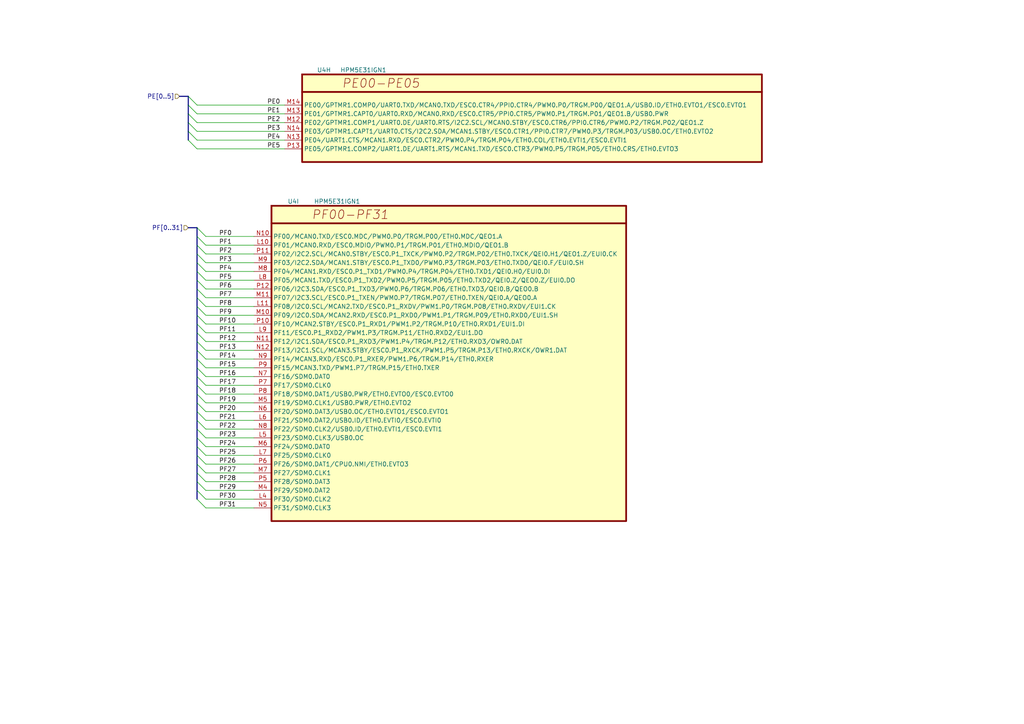
<source format=kicad_sch>
(kicad_sch (version 20230121) (generator eeschema)
  (paper "A4")
  (title_block (title "HPM5E00EVK") (date "2024-04-06") (rev "RevB") (comment 1 "MCU_PF"))
  (lib_symbols
    (symbol "00_HPM700_Library:HPM5E31IGN1"
      (property "Reference" "U" (at 2.54 1.27 0))
      (property "Value" "HPM5E31IGN1" (at 12.7 1.27 0))
      (symbol "HPM5E31IGN1_1_1"
        (polyline (pts (xy 0 -40.64) (xy 35.56 -40.64)) (stroke (width 0.508)))
        (polyline (pts (xy 9.525 -6.35) (xy 15.24 -6.35) (xy 15.24 -10.16) (xy 14.605 -9.525) (xy 15.24 -10.16) (xy 15.875 -9.525)))
        (polyline (pts (xy 15.24 -15.24) (xy 15.24 -19.05) (xy 9.525 -19.05) (xy 10.16 -18.415) (xy 9.525 -19.05) (xy 10.16 -19.685)))
        (rectangle (start 0 0) (end 35.56 -60.96) (stroke (width 0.508)) (fill (type background)))
        (rectangle (start 11.43 -11.43) (end 19.05 -13.97))
        (text "Analog_Domain" (at 11.43 -44.45 0) (effects (font (size 1.778 1.778))))
        (text "DCDC" (at 15.24 -12.7 0) (effects (font (size 1.27 1.27))))
        (text "DCDC_Domain" (at 10.16 -2.54 0) (effects (font (size 1.778 1.778))))
        (pin power_in line (at 40.64 -3.81 180) (length 5.08) (name "VDD_SOC") (number "F6"))
        (pin power_in line (at 40.64 -6.35 180) (length 5.08) (name "VDD_SOC") (number "F9"))
        (pin power_in line (at 40.64 -8.89 180) (length 5.08) (name "VDD_SOC") (number "G6"))
        (pin power_in line (at 40.64 -11.43 180) (length 5.08) (name "VDD_SOC") (number "G9"))
        (pin power_in line (at -5.08 -55.88 0) (length 5.08) (name "VSSA") (number "H8"))
        (pin power_in line (at 40.64 -13.97 180) (length 5.08) (name "VDD_SOC") (number "H9"))
        (pin power_in line (at 40.64 -55.88 180) (length 5.08) (name "VREFL") (number "J8"))
        (pin power_in line (at -5.08 -48.26 0) (length 5.08) (name "VANA") (number "J9"))
        (pin power_in line (at 40.64 -48.26 180) (length 5.08) (name "VREFH") (number "K9"))
        (pin power_in line (at -5.08 -6.35 0) (length 5.08) (name "DCDC_IN") (number "M1"))
        (pin power_in line (at -5.08 -8.89 0) (length 5.08) (name "DCDC_IN") (number "M2"))
        (pin power_in line (at -5.08 -27.94 0) (length 5.08) (name "DCDC_GND") (number "N1"))
        (pin power_in line (at -5.08 -16.51 0) (length 5.08) (name "DCDC_LP") (number "N2"))
        (pin power_in line (at -5.08 -30.48 0) (length 5.08) (name "DCDC_GND") (number "P2"))
        (pin power_in line (at -5.08 -19.05 0) (length 5.08) (name "DCDC_LP") (number "P3"))
      )
      (symbol "HPM5E31IGN1_2_1"
        (rectangle (start 0 0) (end 35.56 -27.94) (stroke (width 0.508)) (fill (type background)))
        (pin power_in line (at -5.08 -5.08 0) (length 5.08) (name "VSS") (number "A1"))
        (pin power_in line (at -5.08 -7.62 0) (length 5.08) (name "VSS") (number "A14"))
        (pin power_in line (at -5.08 -12.7 0) (length 5.08) (name "VSS") (number "E10"))
        (pin power_in line (at -5.08 -10.16 0) (length 5.08) (name "VSS") (number "E5"))
        (pin power_in line (at -5.08 -15.24 0) (length 5.08) (name "VSS") (number "F7"))
        (pin power_in line (at -5.08 -17.78 0) (length 5.08) (name "VSS") (number "F8"))
        (pin power_in line (at -5.08 -20.32 0) (length 5.08) (name "VSS") (number "G7"))
        (pin power_in line (at -5.08 -22.86 0) (length 5.08) (name "VSS") (number "G8"))
        (pin power_in line (at 40.64 -5.08 180) (length 5.08) (name "VSS") (number "H7"))
        (pin power_in line (at 40.64 -7.62 180) (length 5.08) (name "VSS") (number "J7"))
        (pin power_in line (at 40.64 -12.7 180) (length 5.08) (name "VSS") (number "K10"))
        (pin power_in line (at 40.64 -10.16 180) (length 5.08) (name "VSS") (number "K5"))
        (pin power_in line (at 40.64 -15.24 180) (length 5.08) (name "VSS") (number "N3"))
        (pin power_in line (at 40.64 -17.78 180) (length 5.08) (name "VSS") (number "P1"))
        (pin power_in line (at 40.64 -20.32 180) (length 5.08) (name "VSS") (number "P14"))
      )
      (symbol "HPM5E31IGN1_3_1"
        (polyline (pts (xy 0 -25.4) (xy 35.56 -25.4)) (stroke (width 0.508)))
        (rectangle (start 0 0) (end 35.56 -45.72) (stroke (width 0.508)) (fill (type background)))
        (pin input line (at -5.08 -16.51 0) (length 5.08) (name "XTALO") (number "K13"))
        (pin input line (at -5.08 -6.35 0) (length 5.08) (name "XTALI") (number "K14"))
        (pin input line (at -5.08 -33.02 0) (length 5.08) (name "USB0_VBUS") (number "L12"))
        (pin input line (at 40.64 -39.37 180) (length 5.08) (name "USB0_DN") (number "L13"))
        (pin input line (at 40.64 -33.02 180) (length 5.08) (name "USB0_DP") (number "L14"))
        (pin input line (at 40.64 -16.51 180) (length 5.08) (name "WKUP") (number "L3"))
        (pin input line (at 40.64 -6.35 180) (length 5.08) (name "RSTN") (number "M3"))
      )
      (symbol "HPM5E31IGN1_4_1"
        (polyline (pts (xy 0 -46.99) (xy 115.57 -46.99)) (stroke (width 0.508) (type dash)))
        (polyline (pts (xy 0 -17.78) (xy 115.57 -17.78)) (stroke (width 0.508)))
        (rectangle (start 0 0) (end 115.57 -96.52) (stroke (width 0.508)) (fill (type background)))
        (text "PA00-PA09" (at 27.94 -15.24 0) (effects (font (size 2.54 2.54) italic)))
        (text "PA16-PA31" (at 27.94 -49.53 0) (effects (font (size 2.54 2.54) italic)))
        (pin input line (at -5.08 -3.81 0) (length 5.08) (name "VIO_B01") (number "E6"))
        (pin input line (at -5.08 -6.35 0) (length 5.08) (name "VIO_B01") (number "E7"))
        (pin input line (at -5.08 -8.89 0) (length 5.08) (name "VIO_B01") (number "E8"))
        (pin input line (at -5.08 -11.43 0) (length 5.08) (name "VIO_B01") (number "E9"))
        (pin input line (at -5.08 -44.45 0) (length 5.08) (name "PA09/GPTMR0.CAPT1/UART2.RXD/I2C0.SDA/MCAN2.RXD/ESC0.REFCK/PWM1.P1/TRGM.P09/ETH0.EVTO2") (number "F1"))
        (pin input line (at -5.08 -31.75 0) (length 5.08) (name "PA04/UART1.CTS/SPI1.SCLK/MCAN1.RXD/PWM0.P4/TRGM.P04/JTAG.TDO/SIP.MISO") (number "F2"))
        (pin input line (at -5.08 -34.29 0) (length 5.08) (name "PA05/GPTMR1.COMP2/UART1.DE/UART1.RTS/SPI1.CS0/MCAN1.TXD/PWM0.P5/TRGM.P05/JTAG.TDI/SIP.MOSI") (number "F3"))
        (pin input line (at -5.08 -36.83 0) (length 5.08) (name "PA06/GPTMR0.CAPT0/UART1.RXD/I2C3.SDA/SPI1.MISO/PWM0.P6/TRGM.P06/JTAG.TCK/SIP.SCLK") (number "F4"))
        (pin input line (at -5.08 -39.37 0) (length 5.08) (name "PA07/GPTMR0.COMP0/UART1.TXD/I2C3.SCL/SPI1.MOSI/PWM0.P7/TRGM.P07/JTAG.TMS/SIP.CS_N") (number "F5"))
        (pin input line (at -5.08 -41.91 0) (length 5.08) (name "PA08/GPTMR0.COMP1/UART2.TXD/I2C0.SCL/MCAN2.TXD/PWM1.P0/TRGM.P08/JTAG.TRST") (number "G1"))
        (pin input line (at -5.08 -21.59 0) (length 5.08) (name "PA00/GPTMR1.COMP0/UART0.TXD/MCAN0.TXD/PWM0.P0/TRGM.P00/SYSCTL.CLK_OBS0/SIP.WP_N") (number "G2"))
        (pin input line (at -5.08 -24.13 0) (length 5.08) (name "PA01/GPTMR1.CAPT0/UART0.RXD/MCAN0.RXD/PWM0.P1/TRGM.P01/SYSCTL.CLK_OBS2/SIP.HOLD") (number "G3"))
        (pin input line (at -5.08 -26.67 0) (length 5.08) (name "PA02/GPTMR1.COMP1/UART0.DE/UART0.RTS/I2C2.SCL/MCAN0.STBY/PWM0.P2/TRGM.P02/SYSCTL.CLK_OBS1") (number "G4"))
        (pin input line (at -5.08 -29.21 0) (length 5.08) (name "PA03/GPTMR1.CAPT1/UART0.CTS/I2C2.SDA/MCAN1.STBY/PWM0.P3/TRGM.P03/SYSCTL.CLK_OBS3") (number "G5"))
        (pin input line (at -5.08 -68.58 0) (length 5.08) (name "PA22/GPTMR2.CAPT0/UART5.RXD/SPI2.MISO/ETH0.TXER/QEO0.B/SDM0.DAT0/OWR1.DAT") (number "H1"))
        (pin input line (at -5.08 -71.12 0) (length 5.08) (name "PA23/GPTMR2.COMP0/UART5.TXD/SPI2.MOSI/ESC0.P0_RXER/ETH0.RXER/QEO0.A/SDM0.CLK0/SIP.ESC_RXER") (number "H2"))
        (pin input line (at -5.08 -86.36 0) (length 5.08) (name "PA29/GPTMR3.COMP3/UART7.DE/UART7.RTS/SPI3.MOSI/ESC0.P0_TXEN/QEI1.Z/SIP.ESC_TXEN") (number "H3"))
        (pin input line (at -5.08 -88.9 0) (length 5.08) (name "PA30/UART7.RXD/SPI3.DAT2/ESC0.MDIO/ETH0.MDIO/QEI1.A") (number "H4"))
        (pin input line (at -5.08 -91.44 0) (length 5.08) (name "PA31/GPTMR2.COMP3/UART7.TXD/SPI3.DAT3/ESC0.MDC/ETH0.MDC/QEI1.B") (number "H5"))
        (pin input line (at -5.08 -63.5 0) (length 5.08) (name "PA20/UART5.CTS/SPI2.SCLK/ESC0.P0_RXD3/SDM0.DAT1/SIP.ESC_RXD3") (number "J1"))
        (pin input line (at -5.08 -66.04 0) (length 5.08) (name "PA21/GPTMR3.COMP2/UART5.DE/UART5.RTS/SPI2.CS0/ESC0.P0_RXCK/QEO0.Z/SDM0.CLK1/OWR0.DAT/SIP.ESC_RXCK") (number "J2"))
        (pin input line (at -5.08 -78.74 0) (length 5.08) (name "PA26/GPTMR2.COMP2/UART6.DE/UART6.RTS/SPI3.SCLK/ESC0.P0_TXD1/QEI1.H1/EWDG0.RST/SIP.ESC_TXD1") (number "J3"))
        (pin input line (at -5.08 -81.28 0) (length 5.08) (name "PA27/UART6.CTS/SPI3.CS0/ESC0.P0_TXD2/QEI1.F/SIP.ESC_TXD2") (number "J4"))
        (pin input line (at -5.08 -83.82 0) (length 5.08) (name "PA28/UART7.CTS/SPI3.MISO/ESC0.P0_TXD3/ESC0.CTR1/QEI1.H0/SIP.ESC_TXD3") (number "J5"))
        (pin input line (at -5.08 -58.42 0) (length 5.08) (name "PA18/GPTMR3.COMP1/UART4.DE/UART4.RTS/ESC0.P0_RXD1/QEO1.Z/SDM0.DAT2/EUI0.DI/SIP.ESC_RXD1") (number "K1"))
        (pin input line (at -5.08 -60.96 0) (length 5.08) (name "PA19/GPTMR3.CAPT1/UART4.CTS/SPI3.CS3/ESC0.P0_RXD2/SDM0.CLK2/EUI0.DO/SIP.ESC_RXD2") (number "K2"))
        (pin input line (at -5.08 -73.66 0) (length 5.08) (name "PA24/GPTMR2.COMP1/UART6.TXD/SPI3.CS2/ESC0.P0_TXCK/SIP.ESC_TXCK") (number "K3"))
        (pin input line (at -5.08 -76.2 0) (length 5.08) (name "PA25/GPTMR2.CAPT1/UART6.RXD/SPI3.CS1/ESC0.P0_TXD0/ESC0.CTR0/SIP.ESC_TXD0") (number "K4"))
        (pin input line (at -5.08 -13.97 0) (length 5.08) (name "VIO_B01") (number "K6"))
        (pin input line (at -5.08 -53.34 0) (length 5.08) (name "PA16/GPTMR3.COMP0/UART4.TXD/ESC0.P0_RXDV/QEO1.A/SDM0.DAT3/EUI0.CK/SIP.ESC_RXDV") (number "L1"))
        (pin input line (at -5.08 -55.88 0) (length 5.08) (name "PA17/GPTMR3.CAPT0/UART4.RXD/ESC0.P0_RXD0/QEO1.B/SDM0.CLK3/EUI0.SH/SIP.ESC_RXD0") (number "L2"))
      )
      (symbol "HPM5E31IGN1_5_1"
        (polyline (pts (xy 0 -39.37) (xy 97.79 -39.37)) (stroke (width 0.508) (type dash)))
        (polyline (pts (xy 0 -6.35) (xy 97.79 -6.35)) (stroke (width 0.508)))
        (rectangle (start 0 0) (end 97.79 -67.31) (stroke (width 0.508)) (fill (type background)))
        (text "PB00-PB11" (at 26.67 -3.81 0) (effects (font (size 2.54 2.54) italic)))
        (text "PB24-PB31" (at 26.67 -41.91 0) (effects (font (size 2.54 2.54) italic)))
        (pin input line (at -5.08 -45.72 0) (length 5.08) (name "PB24/ESC0.CTR4/XPI0.CA_CS1/SDM0.CLK3/ETH0.EVTI0/ESC0.EVTI0") (number "A2"))
        (pin input line (at -5.08 -50.8 0) (length 5.08) (name "PB26/ESC0.CTR6/XPI0.CA_D2/QEI1.H1/SDM0.CLK2/ETH0.EVTI1/EUI1.CK/ESC0.EVTI1/SIP.ESC_RSTN") (number "A3"))
        (pin input line (at -5.08 -55.88 0) (length 5.08) (name "PB28/ESC0.CTR8/XPI0.CA_D1/QEI1.H0/SDM0.CLK1/EUI1.DI/SIP.ESC_ENLDO") (number "A4"))
        (pin input line (at -5.08 -60.96 0) (length 5.08) (name "PB30/ESC0.CTR7/XPI0.CA_CS0/QEI1.A/SDM0.CLK0/SIP.ESC_CRS") (number "A5"))
        (pin input line (at -5.08 -48.26 0) (length 5.08) (name "PB25/ESC0.CTR5/XPI0.CA_DQS/SDM0.DAT3/ETH0.EVTO0/ESC0.EVTO0") (number "B1"))
        (pin input line (at -5.08 -53.34 0) (length 5.08) (name "PB27/ESC0.CTR7/XPI0.CA_D0/QEI1.F/SDM0.DAT2/ETH0.EVTO2/EUI1.SH/SIP.ESC_XI") (number "B2"))
        (pin input line (at -5.08 -58.42 0) (length 5.08) (name "PB29/XPI0.CA_SCLK/QEI1.Z/SDM0.DAT1/ETH0.EVTO1/EUI1.DO/ESC0.EVTO1/SIP.ESC_COL") (number "B3"))
        (pin input line (at -5.08 -63.5 0) (length 5.08) (name "PB31/ESC0.CTR8/XPI0.CA_D3/QEI1.B/SDM0.DAT0/ETH0.EVTO3") (number "B4"))
        (pin input line (at -5.08 -19.05 0) (length 5.08) (name "PB04/MCAN1.RXD/ESC0.P0_RXD3/PWM0.P4/TRGM.P04/ETH0.RXD3/QEI0.H0") (number "C1"))
        (pin input line (at -5.08 -21.59 0) (length 5.08) (name "PB05/MCAN1.TXD/ESC0.P0_RXCK/PWM0.P5/TRGM.P05/ETH0.RXCK/QEI0.Z/QEO0.Z") (number "C2"))
        (pin input line (at -5.08 -34.29 0) (length 5.08) (name "PB10/MCAN2.STBY/ESC0.P0_TXD3/PWM1.P2/TRGM.P10/ETH0.TXD3") (number "C3"))
        (pin input line (at -5.08 -36.83 0) (length 5.08) (name "PB11/ESC0.P0_TXEN/PWM1.P3/TRGM.P11/ETH0.TXEN") (number "C4"))
        (pin input line (at -5.08 -13.97 0) (length 5.08) (name "PB02/I2C2.SCL/MCAN0.STBY/ESC0.P0_RXD1/PWM0.P2/TRGM.P02/ETH0.RXD1/QEI0.H1/QEO1.Z") (number "D1"))
        (pin input line (at -5.08 -16.51 0) (length 5.08) (name "PB03/I2C2.SDA/MCAN1.STBY/ESC0.P0_RXD2/PWM0.P3/TRGM.P03/ETH0.RXD2/QEI0.F") (number "D2"))
        (pin input line (at -5.08 -29.21 0) (length 5.08) (name "PB08/I2C0.SCL/MCAN2.TXD/ESC0.P0_TXD1/PWM1.P0/TRGM.P08/ETH0.TXD1") (number "D3"))
        (pin input line (at -5.08 -31.75 0) (length 5.08) (name "PB09/I2C0.SDA/MCAN2.RXD/ESC0.P0_TXD2/PWM1.P1/TRGM.P09/ETH0.TXD2") (number "D4"))
        (pin input line (at -5.08 -8.89 0) (length 5.08) (name "PB00/MCAN0.TXD/ESC0.P0_RXDV/PWM0.P0/TRGM.P00/ETH0.RXDV/QEO1.A") (number "E1"))
        (pin input line (at -5.08 -11.43 0) (length 5.08) (name "PB01/MCAN0.RXD/ESC0.P0_RXD0/PWM0.P1/TRGM.P01/ETH0.RXD0/QEO1.B") (number "E2"))
        (pin input line (at -5.08 -24.13 0) (length 5.08) (name "PB06/I2C3.SDA/ESC0.P0_TXCK/PWM0.P6/TRGM.P06/ETH0.TXCK/QEI0.B/QEO0.B") (number "E3"))
        (pin input line (at -5.08 -26.67 0) (length 5.08) (name "PB07/I2C3.SCL/ESC0.P0_TXD0/PWM0.P7/TRGM.P07/ETH0.TXD0/QEI0.A/QEO0.A") (number "E4"))
      )
      (symbol "HPM5E31IGN1_6_1"
        (polyline (pts (xy 0 -6.35) (xy 187.96 -6.35)) (stroke (width 0.508)))
        (rectangle (start 0 0) (end 187.96 -93.98) (stroke (width 0.508)) (fill (type background)))
        (text "PC00-PC31" (at 22.86 -3.81 0) (effects (font (size 2.54 2.54) italic)))
        (pin input line (at -5.08 -55.88 0) (length 5.08) (name "PC18/GPTMR3.COMP1/UART4.DE/UART4.RTS/ESC0.GPI45/ESC0.GPO18/PPI0.DQ04/ESC0.CTR0/XPI_SLV.RDY") (number "A10"))
        (pin input line (at -5.08 -60.96 0) (length 5.08) (name "PC20/UART5.CTS/SPI3.SCLK/ESC0.GPI43/ESC0.GPO20/PPI0.DQ06/ESC0.CTR2/XPI_SLV.ADQ0") (number "A11"))
        (pin input line (at -5.08 -66.04 0) (length 5.08) (name "PC22/GPTMR2.CAPT0/UART5.RXD/SPI3.MISO/ESC0.GPI41/ESC0.GPO22/PPI0.CTR2/QEO1.B/XPI_SLV.DQS") (number "A12"))
        (pin input line (at -5.08 -68.58 0) (length 5.08) (name "PC23/GPTMR2.COMP0/UART5.TXD/SPI3.MOSI/ESC0.GPI40/ESC0.GPO23/PPI0.DQ08/QEO1.A") (number "A13"))
        (pin input line (at -5.08 -12.7 0) (length 5.08) (name "PC01/GPTMR1.CAPT0/UART0.RXD/MCAN0.RXD/ESC0.GPI62/ESC0.GPO01/PPI0.DQ25/XPI0.CB_D1/PWM0.P1/TRGM.P01/ESC0.GPI14/OWR1.DAT") (number "A6"))
        (pin input line (at -5.08 -17.78 0) (length 5.08) (name "PC03/GPTMR1.CAPT1/UART0.CTS/I2C2.SDA/SPI1.CS3/MCAN1.STBY/ESC0.GPI60/ESC0.GPO03/PPI0.DQ26/XPI0.CB_D3/PWM0.P3/TRGM.P03/ESC0.GPI12/QEI0.F") (number "A7"))
        (pin input line (at -5.08 -22.86 0) (length 5.08) (name "PC05/GPTMR1.COMP2/UART1.DE/UART1.RTS/SPI0.CS0/MCAN1.TXD/ESC0.GPI58/ESC0.GPO05/PPI0.DQ28/XPI0.CA_CS0/PWM0.P5/TRGM.P05/ESC0.GPI10/QEI0.Z/QEO0.Z") (number "A8"))
        (pin input line (at -5.08 -27.94 0) (length 5.08) (name "PC07/GPTMR0.COMP0/UART1.TXD/I2C3.SCL/SPI0.MOSI/ESC0.GPI56/ESC0.GPO07/PPI0.DQ30/XPI0.CA_D3/PWM0.P7/TRGM.P07/ESC0.GPI08/QEI0.A/QEO0.A") (number "A9"))
        (pin input line (at -5.08 -58.42 0) (length 5.08) (name "PC19/GPTMR3.CAPT1/UART4.CTS/SPI2.CS3/ESC0.GPI44/ESC0.GPO19/PPI0.DQ05/ESC0.CTR1/XPI_SLV.ADQ1") (number "B10"))
        (pin input line (at -5.08 -63.5 0) (length 5.08) (name "PC21/GPTMR3.COMP2/UART5.DE/UART5.RTS/SPI3.CS0/ESC0.GPI42/ESC0.GPO21/PPI0.DQ07/ESC0.CTR3/QEO1.Z/XPI_SLV.ADQ3") (number "B11"))
        (pin input line (at -5.08 -71.12 0) (length 5.08) (name "PC24/GPTMR2.COMP1/UART6.TXD/SPI2.CS2/ESC0.GPI39/ESC0.GPO24/PPI0.DQ09") (number "B14"))
        (pin input line (at -5.08 -10.16 0) (length 5.08) (name "PC00/GPTMR1.COMP0/UART0.TXD/MCAN0.TXD/ESC0.GPI63/ESC0.GPO00/PPI0.DQ24/XPI0.CB_CS0/PWM0.P0/TRGM.P00/ESC0.GPI15/OWR0.DAT") (number "B5"))
        (pin input line (at -5.08 -15.24 0) (length 5.08) (name "PC02/GPTMR1.COMP1/UART0.DE/UART0.RTS/I2C2.SCL/MCAN0.STBY/ESC0.GPI61/ESC0.GPO02/PPI0.DQ22/XPI0.CB_D2/PWM0.P2/TRGM.P02/ESC0.GPI13/QEI0.H1") (number "B6"))
        (pin input line (at -5.08 -20.32 0) (length 5.08) (name "PC04/UART1.CTS/SPI0.SCLK/MCAN1.RXD/ESC0.GPI59/ESC0.GPO04/PPI0.DQ27/XPI0.CB_SCLK/PWM0.P4/TRGM.P04/ESC0.GPI11/QEI0.H0") (number "B7"))
        (pin input line (at -5.08 -25.4 0) (length 5.08) (name "PC06/GPTMR0.CAPT0/UART1.RXD/I2C3.SDA/SPI0.MISO/ESC0.GPI57/ESC0.GPO06/PPI0.DQ29/XPI0.CA_D1/PWM0.P6/TRGM.P06/ESC0.GPI09/QEI0.B/QEO0.B") (number "B8"))
        (pin input line (at -5.08 -30.48 0) (length 5.08) (name "PC08/GPTMR0.COMP1/UART2.TXD/I2C0.SCL/SPI1.CS2/MCAN2.TXD/ESC0.GPI55/ESC0.GPO08/PPI0.DQ31/XPI0.CA_SCLK/PWM1.P0/TRGM.P08/ESC0.GPI07") (number "B9"))
        (pin input line (at -5.08 -73.66 0) (length 5.08) (name "PC25/GPTMR2.CAPT1/UART6.RXD/SPI2.CS1/ESC0.GPI38/ESC0.GPO25/PPI0.DQ11") (number "C14"))
        (pin input line (at -5.08 -33.02 0) (length 5.08) (name "PC09/GPTMR0.CAPT1/UART2.RXD/I2C0.SDA/SPI1.CS1/MCAN2.RXD/ESC0.GPI54/ESC0.GPO09/PPI0.DQ23/XPI0.CB_CS1/PWM1.P1/TRGM.P09/ESC0.GPI06/QEI1.H1/ESC0.CTR0") (number "C5"))
        (pin input line (at -5.08 -38.1 0) (length 5.08) (name "PC11/UART2.CTS/SPI1.CS0/ESC0.GPI52/ESC0.GPO11/PPI0.DQ21/XPI0.CB_DQS/PWM1.P3/TRGM.P11/ESC0.GPI04/QEI1.H0/ESC0.CTR2") (number "C6"))
        (pin input line (at -5.08 -43.18 0) (length 5.08) (name "PC13/GPTMR1.COMP3/UART3.DE/UART3.RTS/I2C1.SCL/SPI1.MOSI/MCAN3.STBY/ESC0.GPI50/ESC0.GPO13/PPI0.DQ18/XPI0.CA_CS1/PWM1.P5/TRGM.P13/ESC0.GPI02/QEI1.A/QEO1.A/ESC0.CTR4") (number "C7"))
        (pin input line (at -5.08 -48.26 0) (length 5.08) (name "PC15/GPTMR0.COMP3/UART3.TXD/SPI1.DAT3/MCAN3.TXD/ESC0.GPI48/ESC0.GPO15/PPI0.DM3/XPI0.CA_D0/PWM1.P7/TRGM.P15/ESC0.GPI00/ESC0.CTR6") (number "C8"))
        (pin input line (at -5.08 -53.34 0) (length 5.08) (name "PC17/GPTMR3.CAPT0/UART4.RXD/ESC0.GPI46/ESC0.GPO17/PPI0.DQ17/ESC0.CTR8") (number "C9"))
        (pin input line (at -5.08 -78.74 0) (length 5.08) (name "PC27/UART6.CTS/SPI2.CS0/ESC0.GPI36/ESC0.GPO27/PPI0.CTR0/ESC0.CTR4/QEI1.F") (number "D13"))
        (pin input line (at -5.08 -76.2 0) (length 5.08) (name "PC26/GPTMR2.COMP2/UART6.DE/UART6.RTS/SPI2.SCLK/ESC0.GPI37/ESC0.GPO26/PPI0.DQ12/QEI1.H1") (number "D14"))
        (pin input line (at -5.08 -35.56 0) (length 5.08) (name "PC10/GPTMR0.COMP2/UART2.DE/UART2.RTS/SPI1.SCLK/MCAN2.STBY/ESC0.GPI53/ESC0.GPO10/PPI0.DQ20/XPI0.CB_D0/PWM1.P2/TRGM.P10/ESC0.GPI05/QEI1.F/ESC0.CTR1") (number "D5"))
        (pin input line (at -5.08 -40.64 0) (length 5.08) (name "PC12/UART3.CTS/I2C1.SDA/SPI1.MISO/ESC0.GPI51/ESC0.GPO12/PPI0.DM2/XPI0.CA_D2/PWM1.P4/TRGM.P12/ESC0.GPI03/QEI1.Z/QEO1.Z/ESC0.CTR3") (number "D6"))
        (pin input line (at -5.08 -45.72 0) (length 5.08) (name "PC14/UART3.RXD/SPI1.DAT2/MCAN3.RXD/ESC0.GPI49/ESC0.GPO14/PPI0.DQ19/PWM1.P6/TRGM.P14/ESC0.GPI01/QEI1.B/QEO1.B/ESC0.CTR5") (number "D7"))
        (pin input line (at -5.08 -50.8 0) (length 5.08) (name "PC16/GPTMR3.COMP0/UART4.TXD/ESC0.GPI47/ESC0.GPO16/PPI0.DQ16/XPI0.CA_DQS/ESC0.CTR7") (number "D8"))
        (pin input line (at -5.08 -83.82 0) (length 5.08) (name "PC29/GPTMR3.COMP3/UART7.DE/UART7.RTS/SPI2.MOSI/ESC0.GPI34/ESC0.GPO29/PPI0.CLK/ESC0.CTR6/QEI1.Z/SOC.REF0") (number "E13"))
        (pin input line (at -5.08 -81.28 0) (length 5.08) (name "PC28/UART7.CTS/SPI2.MISO/ESC0.GPI35/ESC0.GPO28/PPI0.DM0/ESC0.CTR5/QEI1.H0") (number "E14"))
        (pin input line (at -5.08 -88.9 0) (length 5.08) (name "PC31/GPTMR2.COMP3/UART7.TXD/SPI2.DAT3/ESC0.GPI32/ESC0.GPO31/PPI0.CS1/ESC0.CTR8/QEI1.B") (number "F13"))
        (pin input line (at -5.08 -86.36 0) (length 5.08) (name "PC30/UART7.RXD/SPI2.DAT2/ESC0.GPI33/ESC0.GPO30/PPI0.CS0/ESC0.CTR7/QEI1.A/SOC.REF1") (number "F14"))
      )
      (symbol "HPM5E31IGN1_7_1"
        (polyline (pts (xy 0 -5.08) (xy 143.51 -5.08)) (stroke (width 0.508)))
        (rectangle (start 0 0) (end 143.51 -92.71) (stroke (width 0.508)) (fill (type background)))
        (text "PD00-PD31" (at 22.86 -2.54 0) (effects (font (size 2.54 2.54) italic)))
        (pin input line (at -5.08 -21.59 0) (length 5.08) (name "PD05/MCAN1.TXD/ESC0.GPI26/ESC0.GPO37/PPI0.DQ13/PWM0.P5/TRGM.P05/QEI0.Z/QEO0.Z/ESC0.CTR5") (number "B12"))
        (pin input line (at -5.08 -26.67 0) (length 5.08) (name "PD07/I2C3.SCL/ESC0.GPI24/ESC0.GPO39/PPI0.CTR3/PWM0.P7/TRGM.P07/QEI0.A/QEO0.A/ESC0.CTR7") (number "B13"))
        (pin input line (at -5.08 -11.43 0) (length 5.08) (name "PD01/MCAN0.RXD/ESC0.GPI30/ESC0.GPO33/PPI0.DQ03/PWM0.P1/TRGM.P01/ESC0.REFCK/ESC0.CTR1/XPI_SLV.CSN") (number "C10"))
        (pin input line (at -5.08 -16.51 0) (length 5.08) (name "PD03/I2C2.SDA/MCAN1.STBY/ESC0.GPI28/ESC0.GPO35/PPI0.DQ01/PWM0.P3/TRGM.P03/ESC0.SDA/QEI0.F/ESC0.CTR3/XPI_SLV.CLK") (number "C11"))
        (pin input line (at -5.08 -24.13 0) (length 5.08) (name "PD06/I2C3.SDA/ESC0.GPI25/ESC0.GPO38/PPI0.DQ14/PWM0.P6/TRGM.P06/QEI0.B/QEO0.B/ESC0.CTR6") (number "C12"))
        (pin input line (at -5.08 -29.21 0) (length 5.08) (name "PD08/I2C0.SCL/MCAN2.TXD/ESC0.GPI23/ESC0.GPO40/PPI0.CS3/PWM1.P0/TRGM.P08/ESC0.SCL/ESC0.CTR8") (number "C13"))
        (pin input line (at -5.08 -13.97 0) (length 5.08) (name "PD02/I2C2.SCL/MCAN0.STBY/ESC0.GPI29/ESC0.GPO34/PPI0.DQ00/PWM0.P2/TRGM.P02/ESC0.SCL/QEI0.H1/EWDG1.RST/ESC0.CTR2/XPI_SLV.ERR") (number "D10"))
        (pin input line (at -5.08 -19.05 0) (length 5.08) (name "PD04/MCAN1.RXD/ESC0.GPI27/ESC0.GPO36/PPI0.DQ10/PWM0.P4/TRGM.P04/QEI0.H0/ESC0.CTR4") (number "D11"))
        (pin input line (at -5.08 -31.75 0) (length 5.08) (name "PD09/I2C0.SDA/MCAN2.RXD/ESC0.GPI22/ESC0.GPO41/PWM1.P1/TRGM.P09/ESC0.SDA") (number "D12"))
        (pin input line (at -5.08 -8.89 0) (length 5.08) (name "PD00/MCAN0.TXD/ESC0.GPI31/ESC0.GPO32/PPI0.DQ02/PWM0.P0/TRGM.P00/ESC0.REFCK/ESC0.CTR0/XPI_SLV.ADQ2") (number "D9"))
        (pin input line (at -5.08 -36.83 0) (length 5.08) (name "PD11/ESC0.GPI20/ESC0.GPO43/PPI0.CS2/PWM1.P3/TRGM.P11") (number "E11"))
        (pin input line (at -5.08 -34.29 0) (length 5.08) (name "PD10/MCAN2.STBY/ESC0.GPI21/ESC0.GPO42/PPI0.CTR1/PWM1.P2/TRGM.P10") (number "E12"))
        (pin input line (at -5.08 -67.31 0) (length 5.08) (name "PD23/ESC0.GPI08/ESC0.GPO55/PPI0.DM0/ESC0.GPO07/QEO1.A/ESC0.P2_TXCK") (number "F10"))
        (pin input line (at -5.08 -41.91 0) (length 5.08) (name "PD13/I2C1.SCL/MCAN3.STBY/ESC0.GPI18/ESC0.GPO45/PPI0.DM1/PWM1.P5/TRGM.P13") (number "F11"))
        (pin input line (at -5.08 -39.37 0) (length 5.08) (name "PD12/I2C1.SDA/ESC0.GPI19/ESC0.GPO44/PPI0.DQ15/PWM1.P4/TRGM.P12") (number "F12"))
        (pin input line (at -5.08 -72.39 0) (length 5.08) (name "PD25/ESC0.GPI06/ESC0.GPO57/PPI0.DQ07/ESC0.GPO09/SDM0.CLK3/OWR0.DAT/ESC0.P2_TXD1") (number "G10"))
        (pin input line (at -5.08 -69.85 0) (length 5.08) (name "PD24/ESC0.GPI07/ESC0.GPO56/PPI0.DQ06/ESC0.GPO08/SDM0.DAT3/CPU0.NMI/ESC0.P2_TXD0") (number "G11"))
        (pin input line (at -5.08 -49.53 0) (length 5.08) (name "PD16/ESC0.GPI15/ESC0.GPO48/PPI0.DQ10/ESC0.GPO00/SYSCTL.CLK_OBS0/ESC0.P2_RXDV") (number "G12"))
        (pin input line (at -5.08 -46.99 0) (length 5.08) (name "PD15/MCAN3.TXD/ESC0.GPI16/ESC0.GPO47/PPI0.DM1/PWM1.P7/TRGM.P15/ESC0.REFCK/SYSCTL.CLK_OBS2") (number "G13"))
        (pin input line (at -5.08 -44.45 0) (length 5.08) (name "PD14/MCAN3.RXD/ESC0.GPI17/ESC0.GPO46/PPI0.DQ08/PWM1.P6/TRGM.P14/ESC0.REFCK/SYSCTL.CLK_OBS3") (number "G14"))
        (pin input line (at -5.08 -77.47 0) (length 5.08) (name "PD27/ESC0.GPI04/ESC0.GPO59/PPI0.DQ04/ESC0.GPO11/QEI1.F/SDM0.DAT2/ESC0.P2_TXD3") (number "H10"))
        (pin input line (at -5.08 -74.93 0) (length 5.08) (name "PD26/ESC0.GPI05/ESC0.GPO58/PPI0.DQ05/ESC0.GPO10/QEI1.H1/SDM0.CLK2/OWR1.DAT/ESC0.P2_TXD2") (number "H11"))
        (pin input line (at -5.08 -57.15 0) (length 5.08) (name "PD19/ESC0.GPI12/ESC0.GPO51/PPI0.DQ11/ESC0.GPO03/ESC0.P2_RXD2") (number "H12"))
        (pin input line (at -5.08 -54.61 0) (length 5.08) (name "PD18/ESC0.GPI13/ESC0.GPO50/PPI0.DQ12/ESC0.GPO02/ESC0.P2_RXD1") (number "H13"))
        (pin input line (at -5.08 -52.07 0) (length 5.08) (name "PD17/ESC0.GPI14/ESC0.GPO49/PPI0.DQ09/ESC0.GPO01/SYSCTL.CLK_OBS1/ESC0.P2_RXD0") (number "H14"))
        (pin input line (at -5.08 -82.55 0) (length 5.08) (name "PD29/ESC0.GPI02/ESC0.GPO61/PPI0.DQ02/ESC0.GPO13/QEI1.Z/SDM0.DAT1/ESC0.REFCK") (number "J10"))
        (pin input line (at -5.08 -80.01 0) (length 5.08) (name "PD28/ESC0.GPI03/ESC0.GPO60/PPI0.DQ03/ESC0.GPO12/QEI1.H0/SDM0.CLK1/ESC0.P2_TXEN") (number "J11"))
        (pin input line (at -5.08 -64.77 0) (length 5.08) (name "PD22/ESC0.GPI09/ESC0.GPO54/PPI0.DQ15/ESC0.GPO06/QEO1.B/ESC0.P2_RXER") (number "J12"))
        (pin input line (at -5.08 -62.23 0) (length 5.08) (name "PD21/ESC0.GPI10/ESC0.GPO53/PPI0.DQ13/ESC0.GPO05/QEO1.Z/ESC0.P2_RXCK") (number "J13"))
        (pin input line (at -5.08 -59.69 0) (length 5.08) (name "PD20/ESC0.GPI11/ESC0.GPO52/PPI0.DQ14/ESC0.GPO04/ESC0.P2_RXD3") (number "J14"))
        (pin input line (at -5.08 -87.63 0) (length 5.08) (name "PD31/ESC0.GPI00/ESC0.GPO63/PPI0.DQ00/ESC0.GPO15/QEI1.B/SDM0.DAT0/ESC0.MDC") (number "K11"))
        (pin input line (at -5.08 -85.09 0) (length 5.08) (name "PD30/ESC0.GPI01/ESC0.GPO62/PPI0.DQ01/ESC0.GPO14/QEI1.A/SDM0.CLK0/ESC0.MDIO") (number "K12"))
      )
      (symbol "HPM5E31IGN1_8_1"
        (polyline (pts (xy 0 -5.08) (xy 133.35 -5.08)) (stroke (width 0.508)))
        (rectangle (start 0 0) (end 133.35 -25.4) (stroke (width 0.508)) (fill (type background)))
        (text "PE00-PE05" (at 22.86 -2.54 0) (effects (font (size 2.54 2.54) italic)))
        (pin input line (at -5.08 -13.97 0) (length 5.08) (name "PE02/GPTMR1.COMP1/UART0.DE/UART0.RTS/I2C2.SCL/MCAN0.STBY/ESC0.CTR6/PPI0.CTR6/PWM0.P2/TRGM.P02/QEO1.Z") (number "M12"))
        (pin input line (at -5.08 -11.43 0) (length 5.08) (name "PE01/GPTMR1.CAPT0/UART0.RXD/MCAN0.RXD/ESC0.CTR5/PPI0.CTR5/PWM0.P1/TRGM.P01/QEO1.B/USB0.PWR") (number "M13"))
        (pin input line (at -5.08 -8.89 0) (length 5.08) (name "PE00/GPTMR1.COMP0/UART0.TXD/MCAN0.TXD/ESC0.CTR4/PPI0.CTR4/PWM0.P0/TRGM.P00/QEO1.A/USB0.ID/ETH0.EVTO1/ESC0.EVTO1") (number "M14"))
        (pin input line (at -5.08 -19.05 0) (length 5.08) (name "PE04/UART1.CTS/MCAN1.RXD/ESC0.CTR2/PWM0.P4/TRGM.P04/ETH0.COL/ETH0.EVTI1/ESC0.EVTI1") (number "N13"))
        (pin input line (at -5.08 -16.51 0) (length 5.08) (name "PE03/GPTMR1.CAPT1/UART0.CTS/I2C2.SDA/MCAN1.STBY/ESC0.CTR1/PPI0.CTR7/PWM0.P3/TRGM.P03/USB0.OC/ETH0.EVTO2") (number "N14"))
        (pin input line (at -5.08 -21.59 0) (length 5.08) (name "PE05/GPTMR1.COMP2/UART1.DE/UART1.RTS/MCAN1.TXD/ESC0.CTR3/PWM0.P5/TRGM.P05/ETH0.CRS/ETH0.EVTO3") (number "P13"))
      )
      (symbol "HPM5E31IGN1_9_1"
        (polyline (pts (xy 0 -5.08) (xy 102.87 -5.08)) (stroke (width 0.508)))
        (rectangle (start 0 0) (end 102.87 -91.44) (stroke (width 0.508)) (fill (type background)))
        (text "PF00-PF31" (at 22.86 -2.54 0) (effects (font (size 2.54 2.54) italic)))
        (pin input line (at -5.08 -11.43 0) (length 5.08) (name "PF01/MCAN0.RXD/ESC0.MDIO/PWM0.P1/TRGM.P01/ETH0.MDIO/QEO1.B") (number "L10"))
        (pin input line (at -5.08 -29.21 0) (length 5.08) (name "PF08/I2C0.SCL/MCAN2.TXD/ESC0.P1_RXDV/PWM1.P0/TRGM.P08/ETH0.RXDV/EUI1.CK") (number "L11"))
        (pin input line (at -5.08 -85.09 0) (length 5.08) (name "PF30/SDM0.CLK2") (number "L4"))
        (pin input line (at -5.08 -67.31 0) (length 5.08) (name "PF23/SDM0.CLK3/USB0.OC") (number "L5"))
        (pin input line (at -5.08 -62.23 0) (length 5.08) (name "PF21/SDM0.DAT2/USB0.ID/ETH0.EVTI0/ESC0.EVTI0") (number "L6"))
        (pin input line (at -5.08 -72.39 0) (length 5.08) (name "PF25/SDM0.CLK0") (number "L7"))
        (pin input line (at -5.08 -21.59 0) (length 5.08) (name "PF05/MCAN1.TXD/ESC0.P1_TXD2/PWM0.P5/TRGM.P05/ETH0.TXD2/QEI0.Z/QEO0.Z/EUI0.DO") (number "L8"))
        (pin input line (at -5.08 -36.83 0) (length 5.08) (name "PF11/ESC0.P1_RXD2/PWM1.P3/TRGM.P11/ETH0.RXD2/EUI1.DO") (number "L9"))
        (pin input line (at -5.08 -31.75 0) (length 5.08) (name "PF09/I2C0.SDA/MCAN2.RXD/ESC0.P1_RXD0/PWM1.P1/TRGM.P09/ETH0.RXD0/EUI1.SH") (number "M10"))
        (pin input line (at -5.08 -26.67 0) (length 5.08) (name "PF07/I2C3.SCL/ESC0.P1_TXEN/PWM0.P7/TRGM.P07/ETH0.TXEN/QEI0.A/QEO0.A") (number "M11"))
        (pin input line (at -5.08 -82.55 0) (length 5.08) (name "PF29/SDM0.DAT2") (number "M4"))
        (pin input line (at -5.08 -57.15 0) (length 5.08) (name "PF19/SDM0.CLK1/USB0.PWR/ETH0.EVTO2") (number "M5"))
        (pin input line (at -5.08 -69.85 0) (length 5.08) (name "PF24/SDM0.DAT0") (number "M6"))
        (pin input line (at -5.08 -77.47 0) (length 5.08) (name "PF27/SDM0.CLK1") (number "M7"))
        (pin input line (at -5.08 -19.05 0) (length 5.08) (name "PF04/MCAN1.RXD/ESC0.P1_TXD1/PWM0.P4/TRGM.P04/ETH0.TXD1/QEI0.H0/EUI0.DI") (number "M8"))
        (pin input line (at -5.08 -16.51 0) (length 5.08) (name "PF03/I2C2.SDA/MCAN1.STBY/ESC0.P1_TXD0/PWM0.P3/TRGM.P03/ETH0.TXD0/QEI0.F/EUI0.SH") (number "M9"))
        (pin input line (at -5.08 -8.89 0) (length 5.08) (name "PF00/MCAN0.TXD/ESC0.MDC/PWM0.P0/TRGM.P00/ETH0.MDC/QEO1.A") (number "N10"))
        (pin input line (at -5.08 -39.37 0) (length 5.08) (name "PF12/I2C1.SDA/ESC0.P1_RXD3/PWM1.P4/TRGM.P12/ETH0.RXD3/OWR0.DAT") (number "N11"))
        (pin input line (at -5.08 -41.91 0) (length 5.08) (name "PF13/I2C1.SCL/MCAN3.STBY/ESC0.P1_RXCK/PWM1.P5/TRGM.P13/ETH0.RXCK/OWR1.DAT") (number "N12"))
        (pin input line (at -5.08 -87.63 0) (length 5.08) (name "PF31/SDM0.CLK3") (number "N5"))
        (pin input line (at -5.08 -59.69 0) (length 5.08) (name "PF20/SDM0.DAT3/USB0.OC/ETH0.EVTO1/ESC0.EVTO1") (number "N6"))
        (pin input line (at -5.08 -49.53 0) (length 5.08) (name "PF16/SDM0.DAT0") (number "N7"))
        (pin input line (at -5.08 -64.77 0) (length 5.08) (name "PF22/SDM0.CLK2/USB0.ID/ETH0.EVTI1/ESC0.EVTI1") (number "N8"))
        (pin input line (at -5.08 -44.45 0) (length 5.08) (name "PF14/MCAN3.RXD/ESC0.P1_RXER/PWM1.P6/TRGM.P14/ETH0.RXER") (number "N9"))
        (pin input line (at -5.08 -34.29 0) (length 5.08) (name "PF10/MCAN2.STBY/ESC0.P1_RXD1/PWM1.P2/TRGM.P10/ETH0.RXD1/EUI1.DI") (number "P10"))
        (pin input line (at -5.08 -13.97 0) (length 5.08) (name "PF02/I2C2.SCL/MCAN0.STBY/ESC0.P1_TXCK/PWM0.P2/TRGM.P02/ETH0.TXCK/QEI0.H1/QEO1.Z/EUI0.CK") (number "P11"))
        (pin input line (at -5.08 -24.13 0) (length 5.08) (name "PF06/I2C3.SDA/ESC0.P1_TXD3/PWM0.P6/TRGM.P06/ETH0.TXD3/QEI0.B/QEO0.B") (number "P12"))
        (pin input line (at -5.08 -80.01 0) (length 5.08) (name "PF28/SDM0.DAT3") (number "P5"))
        (pin input line (at -5.08 -74.93 0) (length 5.08) (name "PF26/SDM0.DAT1/CPU0.NMI/ETH0.EVTO3") (number "P6"))
        (pin input line (at -5.08 -52.07 0) (length 5.08) (name "PF17/SDM0.CLK0") (number "P7"))
        (pin input line (at -5.08 -54.61 0) (length 5.08) (name "PF18/SDM0.DAT1/USB0.PWR/ETH0.EVTO0/ESC0.EVTO0") (number "P8"))
        (pin input line (at -5.08 -46.99 0) (length 5.08) (name "PF15/MCAN3.TXD/PWM1.P7/TRGM.P15/ETH0.TXER") (number "P9"))
      )
      (symbol "HPM5E31IGN1_10_1"
        (rectangle (start 0 0) (end 35.56 -19.05) (stroke (width 0.508)) (fill (type background)))
        (pin input line (at 40.64 -15.24 180) (length 5.08) (name "VDD_PHY1CAP") (number "H6"))
        (pin input line (at 40.64 -11.43 180) (length 5.08) (name "VDD_PHY0CAP") (number "J6"))
        (pin input line (at 40.64 -3.81 180) (length 5.08) (name "VDD_PMCCAP") (number "K7"))
        (pin input line (at 40.64 -7.62 180) (length 5.08) (name "VDD_OTPCAP") (number "K8"))
        (pin input line (at -5.08 -5.08 0) (length 5.08) (name "VPMC") (number "N4"))
        (pin input line (at -5.08 -8.89 0) (length 5.08) (name "VPMC") (number "P4"))
      )
    )
  )
  (bus_entry (at 57.15 68.58) (size 2.54 2.54))
  (bus_entry (at 57.15 134.62) (size 2.54 2.54))
  (bus_entry (at 57.15 106.68) (size 2.54 2.54))
  (bus_entry (at 57.15 121.92) (size 2.54 2.54))
  (bus_entry (at 57.15 86.36) (size 2.54 2.54))
  (bus_entry (at 54.61 40.64) (size 2.54 2.54))
  (bus_entry (at 57.15 99.06) (size 2.54 2.54))
  (bus_entry (at 57.15 132.08) (size 2.54 2.54))
  (bus_entry (at 57.15 139.7) (size 2.54 2.54))
  (bus_entry (at 57.15 71.12) (size 2.54 2.54))
  (bus_entry (at 57.15 66.04) (size 2.54 2.54))
  (bus_entry (at 57.15 81.28) (size 2.54 2.54))
  (bus_entry (at 54.61 38.1) (size 2.54 2.54))
  (bus_entry (at 57.15 104.14) (size 2.54 2.54))
  (bus_entry (at 57.15 114.3) (size 2.54 2.54))
  (bus_entry (at 57.15 119.38) (size 2.54 2.54))
  (bus_entry (at 57.15 78.74) (size 2.54 2.54))
  (bus_entry (at 57.15 73.66) (size 2.54 2.54))
  (bus_entry (at 54.61 30.48) (size 2.54 2.54))
  (bus_entry (at 57.15 116.84) (size 2.54 2.54))
  (bus_entry (at 57.15 93.98) (size 2.54 2.54))
  (bus_entry (at 57.15 91.44) (size 2.54 2.54))
  (bus_entry (at 57.15 111.76) (size 2.54 2.54))
  (bus_entry (at 57.15 127) (size 2.54 2.54))
  (bus_entry (at 57.15 101.6) (size 2.54 2.54))
  (bus_entry (at 57.15 88.9) (size 2.54 2.54))
  (bus_entry (at 57.15 96.52) (size 2.54 2.54))
  (bus_entry (at 57.15 124.46) (size 2.54 2.54))
  (bus_entry (at 57.15 109.22) (size 2.54 2.54))
  (bus_entry (at 54.61 35.56) (size 2.54 2.54))
  (bus_entry (at 54.61 27.94) (size 2.54 2.54))
  (bus_entry (at 57.15 129.54) (size 2.54 2.54))
  (bus_entry (at 57.15 142.24) (size 2.54 2.54))
  (bus_entry (at 57.15 137.16) (size 2.54 2.54))
  (bus_entry (at 57.15 83.82) (size 2.54 2.54))
  (bus_entry (at 54.61 33.02) (size 2.54 2.54))
  (bus_entry (at 57.15 76.2) (size 2.54 2.54))
  (bus_entry (at 57.15 144.78) (size 2.54 2.54))
  (wire (pts (xy 59.69 86.36) (xy 73.66 86.36)))
  (wire (pts (xy 59.69 78.74) (xy 73.66 78.74)))
  (wire (pts (xy 59.69 119.38) (xy 73.66 119.38)))
  (bus (pts (xy 57.15 71.12) (xy 57.15 73.66)))
  (wire (pts (xy 59.69 73.66) (xy 73.66 73.66)))
  (bus (pts (xy 57.15 96.52) (xy 57.15 99.06)))
  (wire (pts (xy 59.69 76.2) (xy 73.66 76.2)))
  (bus (pts (xy 57.15 106.68) (xy 57.15 109.22)))
  (wire (pts (xy 59.69 139.7) (xy 73.66 139.7)))
  (wire (pts (xy 57.15 30.48) (xy 82.55 30.48)))
  (wire (pts (xy 59.69 88.9) (xy 73.66 88.9)))
  (bus (pts (xy 57.15 104.14) (xy 57.15 106.68)))
  (bus (pts (xy 57.15 132.08) (xy 57.15 134.62)))
  (bus (pts (xy 57.15 137.16) (xy 57.15 139.7)))
  (wire (pts (xy 59.69 109.22) (xy 73.66 109.22)))
  (wire (pts (xy 59.69 68.58) (xy 73.66 68.58)))
  (bus (pts (xy 57.15 76.2) (xy 57.15 78.74)))
  (bus (pts (xy 57.15 86.36) (xy 57.15 88.9)))
  (bus (pts (xy 57.15 127) (xy 57.15 129.54)))
  (wire (pts (xy 59.69 91.44) (xy 73.66 91.44)))
  (wire (pts (xy 59.69 132.08) (xy 73.66 132.08)))
  (bus (pts (xy 57.15 66.04) (xy 57.15 68.58)))
  (wire (pts (xy 59.69 129.54) (xy 73.66 129.54)))
  (bus (pts (xy 57.15 93.98) (xy 57.15 96.52)))
  (wire (pts (xy 59.69 111.76) (xy 73.66 111.76)))
  (bus (pts (xy 57.15 119.38) (xy 57.15 121.92)))
  (wire (pts (xy 59.69 127) (xy 73.66 127)))
  (wire (pts (xy 57.15 38.1) (xy 82.55 38.1)))
  (bus (pts (xy 54.61 66.04) (xy 57.15 66.04)))
  (bus (pts (xy 57.15 78.74) (xy 57.15 81.28)))
  (bus (pts (xy 54.61 33.02) (xy 54.61 35.56)))
  (bus (pts (xy 57.15 142.24) (xy 57.15 144.78)))
  (wire (pts (xy 59.69 121.92) (xy 73.66 121.92)))
  (wire (pts (xy 59.69 114.3) (xy 73.66 114.3)))
  (wire (pts (xy 57.15 35.56) (xy 82.55 35.56)))
  (bus (pts (xy 57.15 139.7) (xy 57.15 142.24)))
  (bus (pts (xy 52.07 27.94) (xy 54.61 27.94)))
  (wire (pts (xy 59.69 81.28) (xy 73.66 81.28)))
  (wire (pts (xy 59.69 137.16) (xy 73.66 137.16)))
  (wire (pts (xy 59.69 71.12) (xy 73.66 71.12)))
  (bus (pts (xy 57.15 134.62) (xy 57.15 137.16)))
  (wire (pts (xy 59.69 106.68) (xy 73.66 106.68)))
  (wire (pts (xy 59.69 96.52) (xy 73.66 96.52)))
  (bus (pts (xy 57.15 101.6) (xy 57.15 104.14)))
  (bus (pts (xy 57.15 129.54) (xy 57.15 132.08)))
  (bus (pts (xy 54.61 38.1) (xy 54.61 40.64)))
  (wire (pts (xy 59.69 147.32) (xy 73.66 147.32)))
  (bus (pts (xy 57.15 88.9) (xy 57.15 91.44)))
  (bus (pts (xy 57.15 114.3) (xy 57.15 116.84)))
  (wire (pts (xy 57.15 40.64) (xy 82.55 40.64)))
  (bus (pts (xy 57.15 83.82) (xy 57.15 86.36)))
  (bus (pts (xy 57.15 116.84) (xy 57.15 119.38)))
  (wire (pts (xy 59.69 124.46) (xy 73.66 124.46)))
  (bus (pts (xy 57.15 99.06) (xy 57.15 101.6)))
  (bus (pts (xy 57.15 81.28) (xy 57.15 83.82)))
  (wire (pts (xy 57.15 33.02) (xy 82.55 33.02)))
  (bus (pts (xy 57.15 121.92) (xy 57.15 124.46)))
  (bus (pts (xy 54.61 35.56) (xy 54.61 38.1)))
  (wire (pts (xy 59.69 99.06) (xy 73.66 99.06)))
  (wire (pts (xy 57.15 43.18) (xy 82.55 43.18)))
  (bus (pts (xy 57.15 68.58) (xy 57.15 71.12)))
  (bus (pts (xy 54.61 27.94) (xy 54.61 30.48)))
  (wire (pts (xy 59.69 83.82) (xy 73.66 83.82)))
  (wire (pts (xy 59.69 142.24) (xy 73.66 142.24)))
  (wire (pts (xy 59.69 116.84) (xy 73.66 116.84)))
  (wire (pts (xy 59.69 104.14) (xy 73.66 104.14)))
  (bus (pts (xy 57.15 124.46) (xy 57.15 127)))
  (bus (pts (xy 57.15 111.76) (xy 57.15 114.3)))
  (bus (pts (xy 57.15 73.66) (xy 57.15 76.2)))
  (bus (pts (xy 54.61 30.48) (xy 54.61 33.02)))
  (bus (pts (xy 57.15 91.44) (xy 57.15 93.98)))
  (bus (pts (xy 57.15 109.22) (xy 57.15 111.76)))
  (wire (pts (xy 59.69 144.78) (xy 73.66 144.78)))
  (wire (pts (xy 59.69 134.62) (xy 73.66 134.62)))
  (wire (pts (xy 59.69 101.6) (xy 73.66 101.6)))
  (wire (pts (xy 59.69 93.98) (xy 73.66 93.98)))
  (label "PF17" (at 63.5 111.76 0))
  (label "PF21" (at 63.5 121.92 0))
  (label "PF15" (at 63.5 106.68 0))
  (label "PF16" (at 63.5 109.22 0))
  (label "PE2" (at 77.47 35.56 0))
  (label "PF29" (at 63.5 142.24 0))
  (label "PF28" (at 63.5 139.7 0))
  (label "PF22" (at 63.5 124.46 0))
  (label "PF8" (at 63.5 88.9 0))
  (label "PE4" (at 77.47 40.64 0))
  (label "PF0" (at 63.5 68.58 0))
  (label "PF5" (at 63.5 81.28 0))
  (label "PF1" (at 63.5 71.12 0))
  (label "PF6" (at 63.5 83.82 0))
  (label "PF10" (at 63.5 93.98 0))
  (label "PF7" (at 63.5 86.36 0))
  (label "PF23" (at 63.5 127 0))
  (label "PF11" (at 63.5 96.52 0))
  (label "PF13" (at 63.5 101.6 0))
  (label "PF24" (at 63.5 129.54 0))
  (label "PF19" (at 63.5 116.84 0))
  (label "PE3" (at 77.47 38.1 0))
  (label "PE5" (at 77.47 43.18 0))
  (label "PF31" (at 63.5 147.32 0))
  (label "PF4" (at 63.5 78.74 0))
  (label "PF14" (at 63.5 104.14 0))
  (label "PF26" (at 63.5 134.62 0))
  (label "PF20" (at 63.5 119.38 0))
  (label "PF12" (at 63.5 99.06 0))
  (label "PF18" (at 63.5 114.3 0))
  (label "PF25" (at 63.5 132.08 0))
  (label "PE0" (at 77.47 30.48 0))
  (label "PF30" (at 63.5 144.78 0))
  (label "PE1" (at 77.47 33.02 0))
  (label "PF2" (at 63.5 73.66 0))
  (label "PF9" (at 63.5 91.44 0))
  (label "PF3" (at 63.5 76.2 0))
  (label "PF27" (at 63.5 137.16 0))
  (hierarchical_label "PF[0..31]" (shape input) (at 54.61 66.04 180))
  (hierarchical_label "PE[0..5]" (shape input) (at 52.07 27.94 180))
  (symbol (lib_id "00_HPM700_Library:HPM5E31IGN1") (at 78.74 59.69 0) (unit 9)
    (property "Reference" "U4" (at 85.09 58.42 0))
    (property "Value" "HPM5E31IGN1" (at 97.79 58.42 0))
    (property "Footprint" "00_HPM_Library:BGA-196_14x14_12.0x12.0mm_P0.8mm" (effects hide))
  )
  (symbol (lib_id "00_HPM700_Library:HPM5E31IGN1") (at 87.63 21.59 0) (unit 8)
    (property "Reference" "U4" (at 93.98 20.32 0))
    (property "Value" "HPM5E31IGN1" (at 105.41 20.32 0))
    (property "Footprint" "00_HPM_Library:BGA-196_14x14_12.0x12.0mm_P0.8mm" (effects hide))
  )
)
</source>
